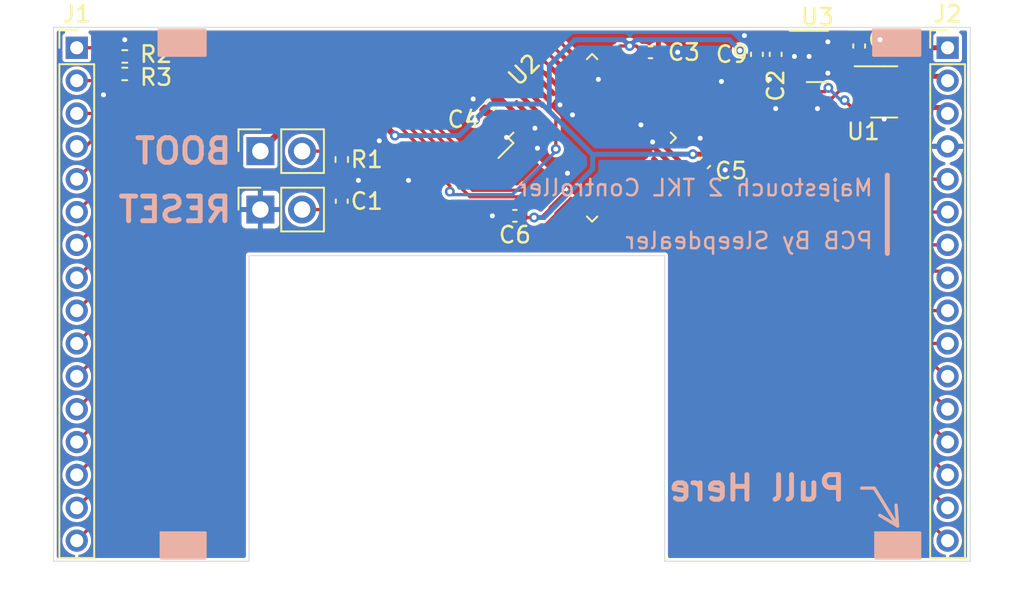
<source format=kicad_pcb>
(kicad_pcb (version 20211014) (generator pcbnew)
  (layers (0 "F.Cu" signal) (31 "B.Cu" signal) (34 "B.Paste" user) (35 "F.Paste" user) (36 "B.SilkS" user "B.Silkscreen") (37 "F.SilkS" user "F.Silkscreen") (38 "B.Mask" user) (39 "F.Mask" user) (44 "Edge.Cuts" user))
  (net 0 "")
  (net 1 "GND")
  (net 2 "NRST")
  (net 3 "+3V3")
  (net 4 "+5V")
  (net 5 "/LED_SLCK_OUT")
  (net 6 "/LED_CAPS_OUT")
  (net 7 "COL1")
  (net 8 "ROW11")
  (net 9 "COL2")
  (net 10 "COL0")
  (net 11 "ROW12")
  (net 12 "COL3")
  (net 13 "ROW13")
  (net 14 "COL4")
  (net 15 "ROW14")
  (net 16 "ROW15")
  (net 17 "COL5")
  (net 18 "COL6")
  (net 19 "ROW16")
  (net 20 "ROW17")
  (net 21 "ROW7")
  (net 22 "ROW8")
  (net 23 "ROW9")
  (net 24 "ROW6")
  (net 25 "ROW5")
  (net 26 "ROW4")
  (net 27 "ROW3")
  (net 28 "ROW2")
  (net 29 "ROW1")
  (net 30 "ROW0")
  (net 31 "BOOT0")
  (net 32 "LED_SLCK")
  (net 33 "LED_CAPS")
  (net 34 "D_P")
  (net 35 "D_N")
  (net 36 "D_USB_N")
  (net 37 "D_USB_P")
  (net 41 "SWDCLK")
  (net 42 "SWDIO")
  (net 45 "ROW10")
  (net 46 "COL7")
  (footprint "Package_QFP:LQFP-48_7x7mm_P0.5mm" (layer "F.Cu") (at 161.925 85.725 45)
    (fp_text reference "U2" (at 0 -5.85 45) (layer "F.SilkS"))
    (fp_text value "STM32F072C8Tx")
    (fp_line (start 3.16 3.61) (end 3.61 3.61) (layer "F.SilkS") (width 0.12))
    (fp_line (start -3.61 -3.61) (end -3.61 -3.16) (layer "F.SilkS") (width 0.12))
    (fp_line (start 3.61 3.61) (end 3.61 3.16) (layer "F.SilkS") (width 0.12))
    (fp_line (start -3.61 -3.16) (end -4.9 -3.16) (layer "F.SilkS") (width 0.12))
    (fp_line (start 3.16 -3.61) (end 3.61 -3.61) (layer "F.SilkS") (width 0.12))
    (fp_line (start 3.61 -3.61) (end 3.61 -3.16) (layer "F.SilkS") (width 0.12))
    (fp_line (start -3.16 -3.61) (end -3.61 -3.61) (layer "F.SilkS") (width 0.12))
    (fp_line (start -3.61 3.61) (end -3.61 3.16) (layer "F.SilkS") (width 0.12))
    (fp_line (start -3.16 3.61) (end -3.61 3.61) (layer "F.SilkS") (width 0.12))
    (pad "1" smd roundrect (at -4.1625 -2.75 45) (size 1.475 0.3) (layers "F.Cu" "F.Paste" "F.Mask") (net 3 "+3V3"))
    (pad "2" smd roundrect (at -4.1625 -2.25 45) (size 1.475 0.3) (layers "F.Cu" "F.Paste" "F.Mask") (net 30 "ROW0"))
    (pad "3" smd roundrect (at -4.1625 -1.75 45) (size 1.475 0.3) (layers "F.Cu" "F.Paste" "F.Mask") (net 9 "COL2"))
    (pad "4" smd roundrect (at -4.1625 -1.25 45) (size 1.475 0.3) (layers "F.Cu" "F.Paste" "F.Mask") (net 45 "ROW10"))
    (pad "5" smd roundrect (at -4.1625 -0.75 45) (size 1.475 0.3) (layers "F.Cu" "F.Paste" "F.Mask") (net 8 "ROW11"))
    (pad "6" smd roundrect (at -4.1625 -0.25 45) (size 1.475 0.3) (layers "F.Cu" "F.Paste" "F.Mask") (net 10 "COL0"))
    (pad "7" smd roundrect (at -4.1625 0.25 45) (size 1.475 0.3) (layers "F.Cu" "F.Paste" "F.Mask") (net 2 "NRST"))
    (pad "8" smd roundrect (at -4.1625 0.75 45) (size 1.475 0.3) (layers "F.Cu" "F.Paste" "F.Mask") (net 1 "GND"))
    (pad "9" smd roundrect (at -4.1625 1.25 45) (size 1.475 0.3) (layers "F.Cu" "F.Paste" "F.Mask") (net 3 "+3V3"))
    (pad "10" smd roundrect (at -4.1625 1.75 45) (size 1.475 0.3) (layers "F.Cu" "F.Paste" "F.Mask") (net 12 "COL3"))
    (pad "11" smd roundrect (at -4.1625 2.25 45) (size 1.475 0.3) (layers "F.Cu" "F.Paste" "F.Mask") (net 7 "COL1"))
    (pad "12" smd roundrect (at -4.1625 2.75 45) (size 1.475 0.3) (layers "F.Cu" "F.Paste" "F.Mask") (net 11 "ROW12"))
    (pad "13" smd roundrect (at -2.75 4.1625 45) (size 0.3 1.475) (layers "F.Cu" "F.Paste" "F.Mask"))
    (pad "14" smd roundrect (at -2.25 4.1625 45) (size 0.3 1.475) (layers "F.Cu" "F.Paste" "F.Mask"))
    (pad "15" smd roundrect (at -1.75 4.1625 45) (size 0.3 1.475) (layers "F.Cu" "F.Paste" "F.Mask"))
    (pad "16" smd roundrect (at -1.25 4.1625 45) (size 0.3 1.475) (layers "F.Cu" "F.Paste" "F.Mask"))
    (pad "17" smd roundrect (at -0.75 4.1625 45) (size 0.3 1.475) (layers "F.Cu" "F.Paste" "F.Mask") (net 28 "ROW2"))
    (pad "18" smd roundrect (at -0.25 4.1625 45) (size 0.3 1.475) (layers "F.Cu" "F.Paste" "F.Mask") (net 16 "ROW15"))
    (pad "19" smd roundrect (at 0.25 4.1625 45) (size 0.3 1.475) (layers "F.Cu" "F.Paste" "F.Mask") (net 13 "ROW13"))
    (pad "20" smd roundrect (at 0.75 4.1625 45) (size 0.3 1.475) (layers "F.Cu" "F.Paste" "F.Mask") (net 23 "ROW9"))
    (pad "21" smd roundrect (at 1.25 4.1625 45) (size 0.3 1.475) (layers "F.Cu" "F.Paste" "F.Mask") (net 22 "ROW8"))
    (pad "22" smd roundrect (at 1.75 4.1625 45) (size 0.3 1.475) (layers "F.Cu" "F.Paste" "F.Mask") (net 21 "ROW7"))
    (pad "23" smd roundrect (at 2.25 4.1625 45) (size 0.3 1.475) (layers "F.Cu" "F.Paste" "F.Mask") (net 1 "GND"))
    (pad "24" smd roundrect (at 2.75 4.1625 45) (size 0.3 1.475) (layers "F.Cu" "F.Paste" "F.Mask") (net 3 "+3V3"))
    (pad "25" smd roundrect (at 4.1625 2.75 45) (size 1.475 0.3) (layers "F.Cu" "F.Paste" "F.Mask") (net 24 "ROW6"))
    (pad "26" smd roundrect (at 4.1625 2.25 45) (size 1.475 0.3) (layers "F.Cu" "F.Paste" "F.Mask") (net 25 "ROW5"))
    (pad "27" smd roundrect (at 4.1625 1.75 45) (size 1.475 0.3) (layers "F.Cu" "F.Paste" "F.Mask") (net 26 "ROW4"))
    (pad "28" smd roundrect (at 4.1625 1.25 45) (size 1.475 0.3) (layers "F.Cu" "F.Paste" "F.Mask") (net 27 "ROW3"))
    (pad "29" smd roundrect (at 4.1625 0.75 45) (size 1.475 0.3) (layers "F.Cu" "F.Paste" "F.Mask") (net 20 "ROW17"))
    (pad "30" smd roundrect (at 4.1625 0.25 45) (size 1.475 0.3) (layers "F.Cu" "F.Paste" "F.Mask") (net 29 "ROW1"))
    (pad "31" smd roundrect (at 4.1625 -0.25 45) (size 1.475 0.3) (layers "F.Cu" "F.Paste" "F.Mask") (net 41 "SWDCLK"))
    (pad "32" smd roundrect (at 4.1625 -0.75 45) (size 1.475 0.3) (layers "F.Cu" "F.Paste" "F.Mask") (net 35 "D_N"))
    (pad "33" smd roundrect (at 4.1625 -1.25 45) (size 1.475 0.3) (layers "F.Cu" "F.Paste" "F.Mask") (net 34 "D_P"))
    (pad "34" smd roundrect (at 4.1625 -1.75 45) (size 1.475 0.3) (layers "F.Cu" "F.Paste" "F.Mask") (net 42 "SWDIO"))
    (pad "35" smd roundrect (at 4.1625 -2.25 45) (size 1.475 0.3) (layers "F.Cu" "F.Paste" "F.Mask") (net 1 "GND"))
    (pad "36" smd roundrect (at 4.1625 -2.75 45) (size 1.475 0.3) (layers "F.Cu" "F.Paste" "F.Mask") (net 3 "+3V3"))
    (pad "37" smd roundrect (at 2.75 -4.1625 45) (size 0.3 1.475) (layers "F.Cu" "F.Paste" "F.Mask") (net 32 "LED_SLCK"))
    (pad "38" smd roundrect (at 2.25 -4.1625 45) (size 0.3 1.475) (layers "F.Cu" "F.Paste" "F.Mask") (net 33 "LED_CAPS"))
    (pad "39" smd roundrect (at 1.75 -4.1625 45) (size 0.3 1.475) (layers "F.Cu" "F.Paste" "F.Mask") (net 14 "COL4"))
    (pad "40" smd roundrect (at 1.25 -4.1625 45) (size 0.3 1.475) (layers "F.Cu" "F.Paste" "F.Mask") (net 19 "ROW16"))
    (pad "41" smd roundrect (at 0.75 -4.1625 45) (size 0.3 1.475) (layers "F.Cu" "F.Paste" "F.Mask") (net 17 "COL5"))
    (pad "42" smd roundrect (at 0.25 -4.1625 45) (size 0.3 1.475) (layers "F.Cu" "F.Paste" "F.Mask") (net 46 "COL7"))
    (pad "43" smd roundrect (at -0.25 -4.1625 45) (size 0.3 1.475) (layers "F.Cu" "F.Paste" "F.Mask") (net 15 "ROW14"))
    (pad "44" smd roundrect (at -0.75 -4.1625 45) (size 0.3 1.475) (layers "F.Cu" "F.Paste" "F.Mask") (net 31 "BOOT0"))
    (pad "45" smd roundrect (at -1.25 -4.1625 45) (size 0.3 1.475) (layers "F.Cu" "F.Paste" "F.Mask") (net 18 "COL6"))
    (pad "46" smd roundrect (at -1.75 -4.1625 45) (size 0.3 1.475) (layers "F.Cu" "F.Paste" "F.Mask"))
    (pad "47" smd roundrect (at -2.25 -4.1625 45) (size 0.3 1.475) (layers "F.Cu" "F.Paste" "F.Mask") (net 1 "GND"))
    (pad "48" smd roundrect (at -2.75 -4.1625 45) (size 0.3 1.475) (layers "F.Cu" "F.Paste" "F.Mask") (net 3 "+3V3"))
  )
  (footprint "Package_TO_SOT_SMD:SOT-23-6" (layer "F.Cu") (at 179.705 82.931)
    (fp_text reference "U1" (at -1.27 2.413) (layer "F.SilkS"))
    (fp_text value "USBLC6-2SC6")
    (fp_line (start 0 -1.56) (end 0.8 -1.56) (layer "F.SilkS") (width 0.12))
    (fp_line (start 0 -1.56) (end -1.8 -1.56) (layer "F.SilkS") (width 0.12))
    (fp_line (start 0 1.56) (end 0.8 1.56) (layer "F.SilkS") (width 0.12))
    (fp_line (start 0 1.56) (end -0.8 1.56) (layer "F.SilkS") (width 0.12))
    (pad "1" smd roundrect (at -1.1375 -0.95) (size 1.325 0.6) (layers "F.Cu" "F.Paste" "F.Mask") (net 35 "D_N"))
    (pad "2" smd roundrect (at -1.1375 0) (size 1.325 0.6) (layers "F.Cu" "F.Paste" "F.Mask") (net 1 "GND"))
    (pad "3" smd roundrect (at -1.1375 0.95) (size 1.325 0.6) (layers "F.Cu" "F.Paste" "F.Mask") (net 34 "D_P"))
    (pad "4" smd roundrect (at 1.1375 0.95) (size 1.325 0.6) (layers "F.Cu" "F.Paste" "F.Mask") (net 37 "D_USB_P"))
    (pad "5" smd roundrect (at 1.1375 0) (size 1.325 0.6) (layers "F.Cu" "F.Paste" "F.Mask") (net 4 "+5V"))
    (pad "6" smd roundrect (at 1.1375 -0.95) (size 1.325 0.6) (layers "F.Cu" "F.Paste" "F.Mask") (net 36 "D_USB_N"))
  )
  (footprint "Capacitor_SMD:C_0402_1005Metric" (layer "F.Cu") (at 165.481 80.518)
    (fp_text reference "C3" (at 2.032 0) (layer "F.SilkS"))
    (fp_text value "100nF")
    (fp_line (start -0.107836 -0.36) (end 0.107836 -0.36) (layer "F.SilkS") (width 0.12))
    (fp_line (start -0.107836 0.36) (end 0.107836 0.36) (layer "F.SilkS") (width 0.12))
    (pad "1" smd roundrect (at -0.48 0) (size 0.56 0.62) (layers "F.Cu" "F.Paste" "F.Mask") (net 3 "+3V3"))
    (pad "2" smd roundrect (at 0.48 0) (size 0.56 0.62) (layers "F.Cu" "F.Paste" "F.Mask") (net 1 "GND"))
  )
  (footprint "Resistor_SMD:R_0402_1005Metric" (layer "F.Cu") (at 146.685 87.0458 90)
    (fp_text reference "R1" (at 0 1.524) (layer "F.SilkS"))
    (fp_text value "10k")
    (fp_line (start -0.153641 0.38) (end 0.153641 0.38) (layer "F.SilkS") (width 0.12))
    (fp_line (start -0.153641 -0.38) (end 0.153641 -0.38) (layer "F.SilkS") (width 0.12))
    (pad "1" smd roundrect (at -0.51 0 90) (size 0.54 0.64) (layers "F.Cu" "F.Paste" "F.Mask") (net 1 "GND"))
    (pad "2" smd roundrect (at 0.51 0 90) (size 0.54 0.64) (layers "F.Cu" "F.Paste" "F.Mask") (net 31 "BOOT0"))
  )
  (footprint "Capacitor_SMD:C_0402_1005Metric" (layer "F.Cu") (at 178.181 80.137 -90)
    (fp_text reference "C8" (at -0.381 -1.524) (layer "F.SilkS"))
    (fp_text value "1uF")
    (fp_line (start -0.107836 0.36) (end 0.107836 0.36) (layer "F.SilkS") (width 0.12))
    (fp_line (start -0.107836 -0.36) (end 0.107836 -0.36) (layer "F.SilkS") (width 0.12))
    (pad "1" smd roundrect (at -0.48 0 270) (size 0.56 0.62) (layers "F.Cu" "F.Paste" "F.Mask") (net 1 "GND"))
    (pad "2" smd roundrect (at 0.48 0 270) (size 0.56 0.62) (layers "F.Cu" "F.Paste" "F.Mask") (net 4 "+5V"))
  )
  (footprint "Capacitor_SMD:C_0402_1005Metric" (layer "F.Cu") (at 157.226 90.4748 180)
    (fp_text reference "C6" (at 0 -1.16) (layer "F.SilkS"))
    (fp_text value "100nF")
    (fp_line (start -0.107836 -0.36) (end 0.107836 -0.36) (layer "F.SilkS") (width 0.12))
    (fp_line (start -0.107836 0.36) (end 0.107836 0.36) (layer "F.SilkS") (width 0.12))
    (pad "1" smd roundrect (at -0.48 0 180) (size 0.56 0.62) (layers "F.Cu" "F.Paste" "F.Mask") (net 3 "+3V3"))
    (pad "2" smd roundrect (at 0.48 0 180) (size 0.56 0.62) (layers "F.Cu" "F.Paste" "F.Mask") (net 1 "GND"))
  )
  (footprint "Resistor_SMD:R_0402_1005Metric" (layer "F.Cu") (at 133.477 80.772 180)
    (fp_text reference "R2" (at -1.905 0.127) (layer "F.SilkS"))
    (fp_text value "470")
    (fp_line (start -0.153641 0.38) (end 0.153641 0.38) (layer "F.SilkS") (width 0.12))
    (fp_line (start -0.153641 -0.38) (end 0.153641 -0.38) (layer "F.SilkS") (width 0.12))
    (pad "1" smd roundrect (at -0.51 0 180) (size 0.54 0.64) (layers "F.Cu" "F.Paste" "F.Mask") (net 32 "LED_SLCK"))
    (pad "2" smd roundrect (at 0.51 0 180) (size 0.54 0.64) (layers "F.Cu" "F.Paste" "F.Mask") (net 5 "/LED_SLCK_OUT"))
  )
  (footprint "Capacitor_SMD:C_0402_1005Metric" (layer "F.Cu") (at 155.7528 83.7184 45)
    (fp_text reference "C4" (at -1.796051 -0.538815) (layer "F.SilkS"))
    (fp_text value "100nF")
    (fp_line (start -0.107836 -0.36) (end 0.107836 -0.36) (layer "F.SilkS") (width 0.12))
    (fp_line (start -0.107836 0.36) (end 0.107836 0.36) (layer "F.SilkS") (width 0.12))
    (pad "1" smd roundrect (at -0.48 0 45) (size 0.56 0.62) (layers "F.Cu" "F.Paste" "F.Mask") (net 3 "+3V3"))
    (pad "2" smd roundrect (at 0.48 0 45) (size 0.56 0.62) (layers "F.Cu" "F.Paste" "F.Mask") (net 1 "GND"))
  )
  (footprint "Capacitor_SMD:C_0402_1005Metric" (layer "F.Cu") (at 168.783 87.249 -135)
    (fp_text reference "C5" (at -0.790263 -1.472762) (layer "F.SilkS"))
    (fp_text value "100nF")
    (fp_line (start -0.107836 -0.36) (end 0.107836 -0.36) (layer "F.SilkS") (width 0.12))
    (fp_line (start -0.107836 0.36) (end 0.107836 0.36) (layer "F.SilkS") (width 0.12))
    (pad "1" smd roundrect (at -0.48 0 225) (size 0.56 0.62) (layers "F.Cu" "F.Paste" "F.Mask") (net 3 "+3V3"))
    (pad "2" smd roundrect (at 0.48 0 225) (size 0.56 0.62) (layers "F.Cu" "F.Paste" "F.Mask") (net 1 "GND"))
  )
  (footprint "Resistor_SMD:R_0402_1005Metric" (layer "F.Cu") (at 133.477 81.8388 180)
    (fp_text reference "R3" (at -1.905 -0.2032) (layer "F.SilkS"))
    (fp_text value "470")
    (fp_line (start -0.153641 0.38) (end 0.153641 0.38) (layer "F.SilkS") (width 0.12))
    (fp_line (start -0.153641 -0.38) (end 0.153641 -0.38) (layer "F.SilkS") (width 0.12))
    (pad "1" smd roundrect (at -0.51 0 180) (size 0.54 0.64) (layers "F.Cu" "F.Paste" "F.Mask") (net 33 "LED_CAPS"))
    (pad "2" smd roundrect (at 0.51 0 180) (size 0.54 0.64) (layers "F.Cu" "F.Paste" "F.Mask") (net 6 "/LED_CAPS_OUT"))
  )
  (footprint "Connector_PinSocket_2.54mm:PinSocket_1x02_P2.54mm_Vertical" (layer "F.Cu") (at 141.732 86.5378 90)
    (fp_text reference "SW1" hide)
    (fp_text value "RST")
    (fp_line (start 1.33 1.27) (end 1.33 3.87) (layer "F.SilkS") (width 0.12))
    (fp_line (start -1.33 1.27) (end 1.33 1.27) (layer "F.SilkS") (width 0.12))
    (fp_line (start 1.33 -1.33) (end 1.33 0) (layer "F.SilkS") (width 0.12))
    (fp_line (start -1.33 1.27) (end -1.33 3.87) (layer "F.SilkS") (width 0.12))
    (fp_line (start 0 -1.33) (end 1.33 -1.33) (layer "F.SilkS") (width 0.12))
    (fp_line (start -1.33 3.87) (end 1.33 3.87) (layer "F.SilkS") (width 0.12))
    (pad "1" thru_hole rect (at 0 0 90) (size 1.7 1.7) (drill 1) (layers *.Cu *.Mask) (net 3 "+3V3"))
    (pad "2" thru_hole oval (at 0 2.54 90) (size 1.7 1.7) (drill 1) (layers *.Cu *.Mask) (net 31 "BOOT0"))
  )
  (footprint "Connector_PinSocket_2.54mm:PinSocket_1x02_P2.54mm_Vertical" (layer "F.Cu") (at 141.732 90.0938 90)
    (fp_text reference "SW2" hide)
    (fp_text value "RST")
    (fp_line (start -1.33 3.87) (end 1.33 3.87) (layer "F.SilkS") (width 0.12))
    (fp_line (start 1.33 1.27) (end 1.33 3.87) (layer "F.SilkS") (width 0.12))
    (fp_line (start 1.33 -1.33) (end 1.33 0) (layer "F.SilkS") (width 0.12))
    (fp_line (start -1.33 1.27) (end -1.33 3.87) (layer "F.SilkS") (width 0.12))
    (fp_line (start -1.33 1.27) (end 1.33 1.27) (layer "F.SilkS") (width 0.12))
    (fp_line (start 0 -1.33) (end 1.33 -1.33) (layer "F.SilkS") (width 0.12))
    (pad "1" thru_hole rect (at 0 0 90) (size 1.7 1.7) (drill 1) (layers *.Cu *.Mask) (net 1 "GND"))
    (pad "2" thru_hole oval (at 0 2.54 90) (size 1.7 1.7) (drill 1) (layers *.Cu *.Mask) (net 2 "NRST"))
  )
  (footprint "Capacitor_SMD:C_0402_1005Metric" (layer "F.Cu") (at 173.101 80.645 90)
    (fp_text reference "C2" (at -1.905 0 -90) (layer "F.SilkS"))
    (fp_text value "4.7uF")
    (fp_line (start -0.107836 0.36) (end 0.107836 0.36) (layer "F.SilkS") (width 0.12))
    (fp_line (start -0.107836 -0.36) (end 0.107836 -0.36) (layer "F.SilkS") (width 0.12))
    (pad "1" smd roundrect (at -0.48 0 90) (size 0.56 0.62) (layers "F.Cu" "F.Paste" "F.Mask") (net 3 "+3V3"))
    (pad "2" smd roundrect (at 0.48 0 90) (size 0.56 0.62) (layers "F.Cu" "F.Paste" "F.Mask") (net 1 "GND"))
  )
  (footprint "Capacitor_SMD:C_0402_1005Metric" (layer "F.Cu") (at 146.685 89.5858 -90)
    (fp_text reference "C1" (at 0 -1.524 180) (layer "F.SilkS"))
    (fp_text value "100nF")
    (fp_line (start -0.107836 0.36) (end 0.107836 0.36) (layer "F.SilkS") (width 0.12))
    (fp_line (start -0.107836 -0.36) (end 0.107836 -0.36) (layer "F.SilkS") (width 0.12))
    (pad "1" smd roundrect (at -0.48 0 270) (size 0.56 0.62) (layers "F.Cu" "F.Paste" "F.Mask") (net 1 "GND"))
    (pad "2" smd roundrect (at 0.48 0 270) (size 0.56 0.62) (layers "F.Cu" "F.Paste" "F.Mask") (net 2 "NRST"))
  )
  (footprint "Capacitor_SMD:C_0402_1005Metric" (layer "F.Cu") (at 171.958 80.645 -90)
    (fp_text reference "C9" (at 0 1.524) (layer "F.SilkS"))
    (fp_text value "1uF")
    (fp_line (start -0.107836 0.36) (end 0.107836 0.36) (layer "F.SilkS") (width 0.12))
    (fp_line (start -0.107836 -0.36) (end 0.107836 -0.36) (layer "F.SilkS") (width 0.12))
    (pad "1" smd roundrect (at -0.48 0 270) (size 0.56 0.62) (layers "F.Cu" "F.Paste" "F.Mask") (net 1 "GND"))
    (pad "2" smd roundrect (at 0.48 0 270) (size 0.56 0.62) (layers "F.Cu" "F.Paste" "F.Mask") (net 3 "+3V3"))
  )
  (footprint "Package_TO_SOT_SMD:SOT-23" (layer "F.Cu") (at 175.641 80.772)
    (fp_text reference "U3" (at 0 -2.4) (layer "F.SilkS"))
    (fp_text value "XC6206PxxxMR")
    (fp_line (start 0 -1.56) (end 0.65 -1.56) (layer "F.SilkS") (width 0.12))
    (fp_line (start 0 -1.56) (end -1.675 -1.56) (layer "F.SilkS") (width 0.12))
    (fp_line (start 0 1.56) (end -0.65 1.56) (layer "F.SilkS") (width 0.12))
    (fp_line (start 0 1.56) (end 0.65 1.56) (layer "F.SilkS") (width 0.12))
    (pad "1" smd roundrect (at -0.9375 -0.95) (size 1.475 0.6) (layers "F.Cu" "F.Paste" "F.Mask") (net 1 "GND"))
    (pad "2" smd roundrect (at -0.9375 0.95) (size 1.475 0.6) (layers "F.Cu" "F.Paste" "F.Mask") (net 3 "+3V3"))
    (pad "3" smd roundrect (at 0.9375 0) (size 1.475 0.6) (layers "F.Cu" "F.Paste" "F.Mask") (net 4 "+5V"))
  )
  (footprint "Connector_PinHeader_2.00mm:PinHeader_1x16_P2.00mm_Vertical" (layer "F.Cu") (at 130.556 80.2452)
    (fp_text reference "J1" (at 0 -2.06) (layer "F.SilkS"))
    (fp_text value "Conn_01x16")
    (fp_line (start -1.06 1) (end -1.06 31.06) (layer "F.SilkS") (width 0.12))
    (fp_line (start -1.06 31.06) (end 1.06 31.06) (layer "F.SilkS") (width 0.12))
    (fp_line (start 1.06 1) (end 1.06 31.06) (layer "F.SilkS") (width 0.12))
    (fp_line (start -1.06 -1.06) (end 0 -1.06) (layer "F.SilkS") (width 0.12))
    (fp_line (start -1.06 0) (end -1.06 -1.06) (layer "F.SilkS") (width 0.12))
    (fp_line (start -1.06 1) (end 1.06 1) (layer "F.SilkS") (width 0.12))
    (pad "1" thru_hole rect (at 0 0) (size 1.35 1.35) (drill 0.8) (layers *.Cu *.Mask) (net 5 "/LED_SLCK_OUT"))
    (pad "2" thru_hole oval (at 0 2) (size 1.35 1.35) (drill 0.8) (layers *.Cu *.Mask) (net 6 "/LED_CAPS_OUT"))
    (pad "3" thru_hole oval (at 0 4) (size 1.35 1.35) (drill 0.8) (layers *.Cu *.Mask) (net 14 "COL4"))
    (pad "4" thru_hole oval (at 0 6) (size 1.35 1.35) (drill 0.8) (layers *.Cu *.Mask) (net 19 "ROW16"))
    (pad "5" thru_hole oval (at 0 8) (size 1.35 1.35) (drill 0.8) (layers *.Cu *.Mask) (net 17 "COL5"))
    (pad "6" thru_hole oval (at 0 10) (size 1.35 1.35) (drill 0.8) (layers *.Cu *.Mask) (net 46 "COL7"))
    (pad "7" thru_hole oval (at 0 12) (size 1.35 1.35) (drill 0.8) (layers *.Cu *.Mask) (net 15 "ROW14"))
    (pad "8" thru_hole oval (at 0 14) (size 1.35 1.35) (drill 0.8) (layers *.Cu *.Mask) (net 18 "COL6"))
    (pad "9" thru_hole oval (at 0 16) (size 1.35 1.35) (drill 0.8) (layers *.Cu *.Mask) (net 30 "ROW0"))
    (pad "10" thru_hole oval (at 0 18) (size 1.35 1.35) (drill 0.8) (layers *.Cu *.Mask) (net 9 "COL2"))
    (pad "11" thru_hole oval (at 0 20) (size 1.35 1.35) (drill 0.8) (layers *.Cu *.Mask) (net 45 "ROW10"))
    (pad "12" thru_hole oval (at 0 22) (size 1.35 1.35) (drill 0.8) (layers *.Cu *.Mask) (net 8 "ROW11"))
    (pad "13" thru_hole oval (at 0 24) (size 1.35 1.35) (drill 0.8) (layers *.Cu *.Mask) (net 10 "COL0"))
    (pad "14" thru_hole oval (at 0 26) (size 1.35 1.35) (drill 0.8) (layers *.Cu *.Mask) (net 12 "COL3"))
    (pad "15" thru_hole oval (at 0 28) (size 1.35 1.35) (drill 0.8) (layers *.Cu *.Mask) (net 7 "COL1"))
    (pad "16" thru_hole oval (at 0 30) (size 1.35 1.35) (drill 0.8) (layers *.Cu *.Mask) (net 11 "ROW12"))
  )
  (footprint "Connector_PinHeader_2.00mm:PinHeader_1x16_P2.00mm_Vertical" (layer "F.Cu") (at 183.5658 80.2452)
    (fp_text reference "J2" (at 0 -2.06) (layer "F.SilkS"))
    (fp_text value "Conn_01x16")
    (fp_line (start 1.06 1) (end 1.06 31.06) (layer "F.SilkS") (width 0.12))
    (fp_line (start -1.06 -1.06) (end 0 -1.06) (layer "F.SilkS") (width 0.12))
    (fp_line (start -1.06 1) (end -1.06 31.06) (layer "F.SilkS") (width 0.12))
    (fp_line (start -1.06 31.06) (end 1.06 31.06) (layer "F.SilkS") (width 0.12))
    (fp_line (start -1.06 0) (end -1.06 -1.06) (layer "F.SilkS") (width 0.12))
    (fp_line (start -1.06 1) (end 1.06 1) (layer "F.SilkS") (width 0.12))
    (pad "1" thru_hole rect (at 0 0) (size 1.35 1.35) (drill 0.8) (layers *.Cu *.Mask) (net 4 "+5V"))
    (pad "2" thru_hole oval (at 0 2) (size 1.35 1.35) (drill 0.8) (layers *.Cu *.Mask) (net 36 "D_USB_N"))
    (pad "3" thru_hole oval (at 0 4) (size 1.35 1.35) (drill 0.8) (layers *.Cu *.Mask) (net 37 "D_USB_P"))
    (pad "4" thru_hole oval (at 0 6) (size 1.35 1.35) (drill 0.8) (layers *.Cu *.Mask) (net 1 "GND"))
    (pad "5" thru_hole oval (at 0 8) (size 1.35 1.35) (drill 0.8) (layers *.Cu *.Mask) (net 29 "ROW1"))
    (pad "6" thru_hole oval (at 0 10) (size 1.35 1.35) (drill 0.8) (layers *.Cu *.Mask) (net 20 "ROW17"))
    (pad "7" thru_hole oval (at 0 12) (size 1.35 1.35) (drill 0.8) (layers *.Cu *.Mask) (net 27 "ROW3"))
    (pad "8" thru_hole oval (at 0 14) (size 1.35 1.35) (drill 0.8) (layers *.Cu *.Mask) (net 26 "ROW4"))
    (pad "9" thru_hole oval (at 0 16) (size 1.35 1.35) (drill 0.8) (layers *.Cu *.Mask) (net 25 "ROW5"))
    (pad "10" thru_hole oval (at 0 18) (size 1.35 1.35) (drill 0.8) (layers *.Cu *.Mask) (net 24 "ROW6"))
    (pad "11" thru_hole oval (at 0 20) (size 1.35 1.35) (drill 0.8) (layers *.Cu *.Mask) (net 21 "ROW7"))
    (pad "12" thru_hole oval (at 0 22) (size 1.35 1.35) (drill 0.8) (layers *.Cu *.Mask) (net 22 "ROW8"))
    (pad "13" thru_hole oval (at 0 24) (size 1.35 1.35) (drill 0.8) (layers *.Cu *.Mask) (net 23 "ROW9"))
    (pad "14" thru_hole oval (at 0 26) (size 1.35 1.35) (drill 0.8) (layers *.Cu *.Mask) (net 13 "ROW13"))
    (pad "15" thru_hole oval (at 0 28) (size 1.35 1.35) (drill 0.8) (layers *.Cu *.Mask) (net 16 "ROW15"))
    (pad "16" thru_hole oval (at 0 30) (size 1.35 1.35) (drill 0.8) (layers *.Cu *.Mask) (net 28 "ROW2"))
  )
  (gr_rect (start 135.5725 79.1718) (end 138.3665 80.6958) (layer "B.SilkS") (width 0.2) (fill solid))
  (gr_rect (start 179.197 109.7788) (end 181.864 111.3028) (layer "B.SilkS") (width 0.2) (fill solid))
  (gr_rect (start 135.6995 109.7788) (end 138.3665 111.3028) (layer "B.SilkS") (width 0.2) (fill solid))
  (gr_rect (start 179.07 79.1718) (end 181.864 80.6958) (layer "B.SilkS") (width 0.2) (fill solid))
  (gr_line (start 179.8955 87.9983) (end 179.8955 92.7608) (layer "B.SilkS") (width 0.3))
  (gr_line (start 166.343763 111.500006) (end 184.94375 111.500006) (layer "Edge.Cuts") (width 0.05))
  (gr_line (start 141.04376 111.500006) (end 141.04376 92.900006) (layer "Edge.Cuts") (width 0.05))
  (gr_line (start 129.14376 111.500006) (end 141.04376 111.500006) (layer "Edge.Cuts") (width 0.05))
  (gr_line (start 166.343763 92.900006) (end 166.343763 111.500006) (layer "Edge.Cuts") (width 0.05))
  (gr_line (start 184.94375 78.999994) (end 129.14376 78.999994) (layer "Edge.Cuts") (width 0.05))
  (gr_line (start 184.94375 111.500006) (end 184.94375 78.999994) (layer "Edge.Cuts") (width 0.05))
  (gr_line (start 129.14376 78.999994) (end 129.14376 111.500006) (layer "Edge.Cuts") (width 0.05))
  (gr_line (start 141.04376 92.900006) (end 166.343763 92.900006) (layer "Edge.Cuts") (width 0.05))
  (gr_text "Majestouch 2 TKL Controller\n\nPCB By Sleepdealer" (at 179.10175 90.37955) (layer "B.SilkS") (effects (font (size 1 1)) (justify left mirror)))
  (gr_text "RESET" (at 136.533 90.0938) (layer "B.SilkS") (effects (font (size 1.5 1.5) (thickness 0.3)) (justify mirror)))
  (gr_text "BOOT" (at 137.033 86.5378) (layer "B.SilkS") (effects (font (size 1.5 1.5) (thickness 0.3)) (justify mirror)))
  (dimension (type leader) (layer "B.SilkS") (pts (xy 180.7845 109.7788) (xy 179.10175 107.0483)) (gr_text "Pull Here" (at 171.958 107.0483) (layer "B.SilkS") (effects (font (size 1.5 1.5) (thickness 0.3)) (justify mirror))) (format (units 0) (units_format 0) (precision 4) (override_value "Pull Here")) (style (thickness 0.2) (arrow_length 1.27) (text_position_mode 0) (text_frame 0) (extension_offset 0.5)))
  (segment (start 167.132 80.518) (end 165.961 80.518) (width 0.3) (layer "F.Cu") (net 1))
  (segment (start 179.578 83.185) (end 179.705 83.312) (width 0.3) (layer "F.Cu") (net 1))
  (segment (start 178.5675 82.931) (end 179.324 82.931) (width 0.3) (layer "F.Cu") (net 1))
  (segment (start 166.459322 87.077342) (end 167.26598 87.884) (width 0.2) (layer "F.Cu") (net 1))
  (segment (start 173.444 79.822) (end 173.101 80.165) (width 0.3) (layer "F.Cu") (net 1))
  (segment (start 167.26598 87.884) (end 168.148 87.884) (width 0.2) (layer "F.Cu") (net 1))
  (segment (start 171.761724 82.169) (end 172.72 82.169) (width 0.3) (layer "F.Cu") (net 1))
  (segment (start 174.7035 79.822) (end 173.444 79.822) (width 0.3) (layer "F.Cu") (net 1))
  (segment (start 156.397009 83.378989) (end 157.390678 84.372658) (width 0.3) (layer "F.Cu") (net 1))
  (segment (start 179.705 83.312) (end 179.705 84.582) (width 0.3) (layer "F.Cu") (net 1))
  (segment (start 167.298961 80.684961) (end 170.277685 80.684961) (width 0.3) (layer "F.Cu") (net 1))
  (segment (start 170.277685 80.684961) (end 171.761724 82.169) (width 0.3) (layer "F.Cu") (net 1))
  (segment (start 179.324 82.931) (end 179.578 83.185) (width 0.3) (layer "F.Cu") (net 1))
  (segment (start 156.092211 83.378989) (end 156.397009 83.378989) (width 0.3) (layer "F.Cu") (net 1))
  (segment (start 167.132 80.518) (end 167.298961 80.684961) (width 0.3) (layer "F.Cu") (net 1))
  (segment (start 173.101 80.165) (end 171.958 80.165) (width 0.3) (layer "F.Cu") (net 1))
  (segment (start 168.148 87.884) (end 168.443589 87.588411) (width 0.2) (layer "F.Cu") (net 1))
  (via (at 158.5976 86.36) (size 0.6) (drill 0.3) (layers "F.Cu" "B.Cu") (net 1))
  (via (at 169.799 82.296) (size 0.6) (drill 0.3) (layers "F.Cu" "B.Cu") (net 1))
  (via (at 165.608 85.979) (size 0.6) (drill 0.3) (layers "F.Cu" "B.Cu") (net 1))
  (via (at 164.8968 84.9376) (size 0.6) (drill 0.3) (layers "F.Cu" "B.Cu") (net 1))
  (via (at 162.306 82.169) (size 0.6) (drill 0.3) (layers "F.Cu" "B.Cu") (net 1))
  (via (at 173.101 83.947) (size 0.6) (drill 0.3) (layers "F.Cu" "B.Cu") (net 1))
  (via (at 160.7312 84.328) (size 0.6) (drill 0.3) (layers "F.Cu" "B.Cu") (net 1))
  (via (at 170.0276 87.6808) (size 0.6) (drill 0.3) (layers "F.Cu" "B.Cu") (net 1))
  (via (at 172.72 82.169) (size 0.6) (drill 0.3) (layers "F.Cu" "B.Cu") (net 1))
  (via (at 175.133 80.772) (size 0.6) (drill 0.3) (layers "F.Cu" "B.Cu") (net 1))
  (via (at 175.641 83.947) (size 0.6) (drill 0.3) (layers "F.Cu" "B.Cu") (net 1))
  (via (at 150.749 88.3158) (size 0.6) (drill 0.3) (layers "F.Cu" "B.Cu") (net 1))
  (via (at 160.4264 87.884) (size 0.6) (drill 0.3) (layers "F.Cu" "B.Cu") (net 1))
  (via (at 155.8544 90.4748) (size 0.6) (drill 0.3) (layers "F.Cu" "B.Cu") (net 1))
  (via (at 176.276 79.883) (size 0.6) (drill 0.3) (layers "F.Cu" "B.Cu") (net 1))
  (via (at 154.686 83.3628) (size 0.6) (drill 0.3) (layers "F.Cu" "B.Cu") (net 1))
  (via (at 156.718 85.6996) (size 0.6) (drill 0.3) (layers "F.Cu" "B.Cu") (net 1))
  (via (at 158.4452 85.1408) (size 0.6) (drill 0.3) (layers "F.Cu" "B.Cu") (net 1))
  (via (at 176.276 81.788) (size 0.6) (drill 0.3) (layers "F.Cu" "B.Cu") (net 1))
  (via (at 148.971 85.9028) (size 0.6) (drill 0.3) (layers "F.Cu" "B.Cu") (net 1))
  (via (at 179.451 79.756) (size 0.6) (drill 0.3) (layers "F.Cu" "B.Cu") (net 1))
  (via (at 167.132 80.518) (size 0.6) (drill 0.3) (layers "F.Cu" "B.Cu") (net 1))
  (via (at 168.5036 85.7504) (size 0.6) (drill 0.3) (layers "F.Cu" "B.Cu") (net 1))
  (via (at 132.1816 83.1088) (size 0.6) (drill 0.3) (layers "F.Cu" "B.Cu") (net 1))
  (via (at 159.9692 83.7184) (size 0.6) (drill 0.3) (layers "F.Cu" "B.Cu") (net 1))
  (via (at 171.196 79.502) (size 0.6) (drill 0.3) (layers "F.Cu" "B.Cu") (net 1))
  (via (at 133.477 79.756) (size 0.6) (drill 0.3) (layers "F.Cu" "B.Cu") (net 1))
  (via (at 147.701 88.3158) (size 0.6) (drill 0.3) (layers "F.Cu" "B.Cu") (net 1))
  (via (at 179.705 84.582) (size 0.6) (drill 0.3) (layers "F.Cu" "B.Cu") (net 1))
  (via (at 174.244 80.772) (size 0.6) (drill 0.3) (layers "F.Cu" "B.Cu") (net 1))
  (segment (start 146.657 90.0938) (end 144.272 90.0938) (width 0.2) (layer "F.Cu") (net 2))
  (segment (start 146.88552 89.86528) (end 146.685 90.0658) (width 0.2) (layer "F.Cu") (net 2))
  (segment (start 159.158445 88.845109) (end 158.138274 89.86528) (width 0.2) (layer "F.Cu") (net 2))
  (segment (start 146.685 90.0658) (end 146.657 90.0938) (width 0.2) (layer "F.Cu") (net 2))
  (segment (start 158.138274 89.86528) (end 146.88552 89.86528) (width 0.2) (layer "F.Cu") (net 2))
  (segment (start 168.93661 86.723788) (end 169.122411 86.909589) (width 0.3) (layer "F.Cu") (net 3))
  (segment (start 157.861 85.550088) (end 157.037124 84.726212) (width 0.3) (layer "F.Cu") (net 3))
  (segment (start 143.07078 85.19902) (end 141.732 86.5378) (width 0.381) (layer "F.Cu") (net 3))
  (segment (start 149.918977 85.589823) (end 149.528174 85.19902) (width 0.381) (layer "F.Cu") (net 3))
  (segment (start 154.7876 84.6328) (end 154.8384 84.6328) (width 0.3) (layer "F.Cu") (net 3))
  (segment (start 168.054588 86.723788) (end 168.93661 86.723788) (width 0.3) (layer "F.Cu") (net 3))
  (segment (start 163.623912 80.137) (end 162.923788 80.837124) (width 0.2) (layer "F.Cu") (net 3))
  (segment (start 149.528174 85.19902) (end 143.07078 85.19902) (width 0.381) (layer "F.Cu") (net 3))
  (segment (start 156.228302 84.1756) (end 156.21459 84.189312) (width 0.3) (layer "F.Cu") (net 3))
  (segment (start 164.211 80.137) (end 164.62 80.137) (width 0.2) (layer "F.Cu") (net 3))
  (segment (start 164.211 80.137) (end 163.623912 80.137) (width 0.2) (layer "F.Cu") (net 3))
  (segment (start 157.8076 90.5764) (end 158.3944 90.5764) (width 0.2) (layer "F.Cu") (net 3))
  (segment (start 155.54489 84.189312) (end 155.413389 84.057811) (width 0.3) (layer "F.Cu") (net 3))
  (segment (start 154.8384 84.6328) (end 155.413389 84.057811) (width 0.3) (layer "F.Cu") (net 3))
  (segment (start 158.841366 90.5764) (end 159.865551 89.552215) (width 0.2) (layer "F.Cu") (net 3))
  (segment (start 171.636256 81.125) (end 171.958 81.125) (width 0.3) (layer "F.Cu") (net 3))
  (segment (start 166.812876 86.723788) (end 168.054588 86.723788) (width 0.3) (layer "F.Cu") (net 3))
  (segment (start 173.101 81.125) (end 171.958 81.125) (width 0.3) (layer "F.Cu") (net 3))
  (segment (start 174.7035 81.722) (end 173.698 81.722) (width 0.3) (layer "F.Cu") (net 3))
  (segment (start 173.698 81.722) (end 173.101 81.125) (width 0.3) (layer "F.Cu") (net 3))
  (segment (start 158.3944 90.5764) (end 158.841366 90.5764) (width 0.2) (layer "F.Cu") (net 3))
  (segment (start 157.706 90.4748) (end 157.8076 90.5764) (width 0.2) (layer "F.Cu") (net 3))
  (segment (start 157.037124 84.726212) (end 156.486512 84.1756) (width 0.3) (layer "F.Cu") (net 3))
  (segment (start 157.861 85.899912) (end 157.861 85.550088) (width 0.3) (layer "F.Cu") (net 3))
  (segment (start 164.62 80.137) (end 165.001 80.518) (width 0.2) (layer "F.Cu") (net 3))
  (segment (start 156.486512 84.1756) (end 156.228302 84.1756) (width 0.3) (layer "F.Cu") (net 3))
  (segment (start 170.922128 80.410872) (end 171.636256 81.125) (width 0.3) (layer "F.Cu") (net 3))
  (segment (start 157.037124 86.723788) (end 157.861 85.899912) (width 0.3) (layer "F.Cu") (net 3))
  (segment (start 156.21459 84.189312) (end 155.54489 84.189312) (width 0.3) (layer "F.Cu") (net 3))
  (via (at 154.7876 84.6328) (size 0.6) (drill 0.3) (layers "F.Cu" "B.Cu") (net 3))
  (via (at 164.211 80.137) (size 0.6) (drill 0.3) (layers "F.Cu" "B.Cu") (net 3))
  (via (at 170.922128 80.410872) (size 0.6) (drill 0.3) (layers "F.Cu" "B.Cu") (net 3))
  (via (at 149.918977 85.589823) (size 0.6) (drill 0.3) (layers "F.Cu" "B.Cu") (net 3))
  (via (at 158.3944 90.5764) (size 0.6) (drill 0.3) (layers "F.Cu" "B.Cu") (net 3))
  (via (at 168.054588 86.723788) (size 0.6) (drill 0.3) (layers "F.Cu" "B.Cu") (net 3))
  (segment (start 160.8836 79.756) (end 163.83 79.756) (width 0.3) (layer "B.Cu") (net 3))
  (segment (start 159.3342 84.1248) (end 159.319689 84.110289) (width 0.3) (layer "B.Cu") (net 3))
  (segment (start 159.319689 84.110289) (end 159.319689 81.319911) (width 0.3) (layer "B.Cu") (net 3))
  (segment (start 159.319689 81.319911) (end 160.8836 79.756) (width 0.3) (layer "B.Cu") (net 3))
  (segment (start 164.592 79.756) (end 164.211 80.137) (width 0.3) (layer "B.Cu") (net 3))
  (segment (start 163.83 79.756) (end 164.211 80.137) (width 0.3) (layer "B.Cu") (net 3))
  (segment (start 161.958588 87.621812) (end 161.958588 86.723788) (width 0.3) (layer "B.Cu") (net 3))
  (segment (start 158.877 83.6676) (end 159.319689 84.110289) (width 0.3) (layer "B.Cu") (net 3))
  (segment (start 153.830577 85.589823) (end 154.7876 84.6328) (width 0.3) (layer "B.Cu") (net 3))
  (segment (start 149.918977 85.589823) (end 153.830577 85.589823) (width 0.3) (layer "B.Cu") (net 3))
  (segment (start 154.7876 84.6328) (end 155.7528 83.6676) (width 0.3) (layer "B.Cu") (net 3))
  (segment (start 159.3342 84.1248) (end 161.933188 86.723788) (width 0.3) (layer "B.Cu") (net 3))
  (segment (start 170.922128 80.410872) (end 170.267256 79.756) (width 0.3) (layer "B.Cu") (net 3))
  (segment (start 159.004 90.5764) (end 161.958588 87.621812) (width 0.3) (layer "B.Cu") (net 3))
  (segment (start 161.958588 86.723788) (end 168.054588 86.723788) (width 0.3) (layer "B.Cu") (net 3))
  (segment (start 161.933188 86.723788) (end 161.958588 86.723788) (width 0.3) (layer "B.Cu") (net 3))
  (segment (start 155.7528 83.6676) (end 158.877 83.6676) (width 0.3) (layer "B.Cu") (net 3))
  (segment (start 158.3944 90.5764) (end 159.004 90.5764) (width 0.3) (layer "B.Cu") (net 3))
  (segment (start 170.267256 79.756) (end 164.592 79.756) (width 0.3) (layer "B.Cu") (net 3))
  (segment (start 180.086 82.931) (end 179.705 82.55) (width 0.3) (layer "F.Cu") (net 4))
  (segment (start 179.705 82.55) (end 179.705 80.899) (width 0.3) (layer "F.Cu") (net 4))
  (segment (start 180.8425 82.931) (end 180.086 82.931) (width 0.3) (layer "F.Cu") (net 4))
  (segment (start 177.546 80.772) (end 177.701 80.617) (width 0.3) (layer "F.Cu") (net 4))
  (segment (start 180.3588 80.2452) (end 183.5658 80.2452) (width 0.3) (layer "F.Cu") (net 4))
  (segment (start 179.705 80.899) (end 179.423 80.617) (width 0.3) (layer "F.Cu") (net 4))
  (segment (start 179.423 80.617) (end 178.181 80.617) (width 0.3) (layer "F.Cu") (net 4))
  (segment (start 177.701 80.617) (end 178.181 80.617) (width 0.3) (layer "F.Cu") (net 4))
  (segment (start 179.705 80.899) (end 180.3588 80.2452) (width 0.3) (layer "F.Cu") (net 4))
  (segment (start 176.5785 80.772) (end 177.546 80.772) (width 0.3) (layer "F.Cu") (net 4))
  (segment (start 132.967 80.772) (end 132.4402 80.2452) (width 0.2) (layer "F.Cu") (net 5))
  (segment (start 132.4402 80.2452) (end 130.556 80.2452) (width 0.2) (layer "F.Cu") (net 5))
  (segment (start 132.5606 82.2452) (end 130.556 82.2452) (width 0.2) (layer "F.Cu") (net 6))
  (segment (start 132.967 81.8388) (end 132.5606 82.2452) (width 0.2) (layer "F.Cu") (net 6))
  (segment (start 135.5672 103.234) (end 130.556 108.2452) (width 0.2) (layer "F.Cu") (net 7))
  (segment (start 137.160674 91.76332) (end 135.5672 93.356794) (width 0.2) (layer "F.Cu") (net 7))
  (segment (start 159.06866 91.76332) (end 137.160674 91.76332) (width 0.2) (layer "F.Cu") (net 7))
  (segment (start 135.5672 93.356794) (end 135.5672 103.234) (width 0.2) (layer "F.Cu") (net 7))
  (segment (start 160.572658 90.259322) (end 159.06866 91.76332) (width 0.2) (layer "F.Cu") (net 7))
  (segment (start 134.36864 98.43256) (end 130.556 102.2452) (width 0.2) (layer "F.Cu") (net 8))
  (segment (start 157.670821 88.918519) (end 154.660501 88.918519) (width 0.2) (layer "F.Cu") (net 8))
  (segment (start 134.36864 87.505414) (end 134.36864 98.43256) (width 0.2) (layer "F.Cu") (net 8))
  (segment (start 150.051461 84.309481) (end 137.564573 84.309481) (width 0.2) (layer "F.Cu") (net 8))
  (segment (start 154.660501 88.918519) (end 150.051461 84.309481) (width 0.2) (layer "F.Cu") (net 8))
  (segment (start 158.451338 88.138002) (end 157.670821 88.918519) (width 0.2) (layer "F.Cu") (net 8))
  (segment (start 137.564573 84.309481) (end 134.36864 87.505414) (width 0.2) (layer "F.Cu") (net 8))
  (segment (start 154.901513 88.029519) (end 150.382437 83.510443) (width 0.2) (layer "F.Cu") (net 9))
  (segment (start 137.233599 83.510443) (end 133.5696 87.174442) (width 0.2) (layer "F.Cu") (net 9))
  (segment (start 157.744231 87.430895) (end 157.145606 88.02952) (width 0.2) (layer "F.Cu") (net 9))
  (segment (start 133.5696 95.2316) (end 130.556 98.2452) (width 0.2) (layer "F.Cu") (net 9))
  (segment (start 133.5696 87.174442) (end 133.5696 95.2316) (width 0.2) (layer "F.Cu") (net 9))
  (segment (start 150.382437 83.510443) (end 137.233599 83.510443) (width 0.2) (layer "F.Cu") (net 9))
  (segment (start 157.145606 88.02952) (end 154.901513 88.029519) (width 0.2) (layer "F.Cu") (net 9))
  (segment (start 154.495014 89.318038) (end 149.885976 84.709) (width 0.2) (layer "F.Cu") (net 10))
  (segment (start 134.76816 100.03304) (end 130.556 104.2452) (width 0.2) (layer "F.Cu") (net 10))
  (segment (start 158.804891 88.491555) (end 157.978408 89.318038) (width 0.2) (layer "F.Cu") (net 10))
  (segment (start 137.73006 84.709) (end 134.76816 87.6709) (width 0.2) (layer "F.Cu") (net 10))
  (segment (start 157.978408 89.318038) (end 154.495014 89.318038) (width 0.2) (layer "F.Cu") (net 10))
  (segment (start 149.885976 84.709) (end 137.73006 84.709) (width 0.2) (layer "F.Cu") (net 10))
  (segment (start 134.76816 87.6709) (end 134.76816 100.03304) (width 0.2) (layer "F.Cu") (net 10))
  (segment (start 135.96672 93.52228) (end 135.96672 104.83448) (width 0.2) (layer "F.Cu") (net 11))
  (segment (start 137.32616 92.16284) (end 135.96672 93.52228) (width 0.2) (layer "F.Cu") (net 11))
  (segment (start 160.926212 90.612876) (end 159.376248 92.16284) (width 0.2) (layer "F.Cu") (net 11))
  (segment (start 135.96672 104.83448) (end 130.556 110.2452) (width 0.2) (layer "F.Cu") (net 11))
  (segment (start 159.376248 92.16284) (end 137.32616 92.16284) (width 0.2) (layer "F.Cu") (net 11))
  (segment (start 158.761074 91.3638) (end 160.219105 89.905769) (width 0.2) (layer "F.Cu") (net 12))
  (segment (start 135.167681 101.633519) (end 135.167681 93.191307) (width 0.2) (layer "F.Cu") (net 12))
  (segment (start 130.556 106.2452) (end 135.167681 101.633519) (width 0.2) (layer "F.Cu") (net 12))
  (segment (start 135.167681 93.191307) (end 136.995188 91.3638) (width 0.2) (layer "F.Cu") (net 12))
  (segment (start 136.995188 91.3638) (end 158.761074 91.3638) (width 0.2) (layer "F.Cu") (net 12))
  (segment (start 181.792249 104.471649) (end 183.5658 106.2452) (width 0.2) (layer "F.Cu") (net 13))
  (segment (start 166.051514 89.49796) (end 170.974954 89.49796) (width 0.2) (layer "F.Cu") (net 13))
  (segment (start 165.045109 88.491555) (end 166.051514 89.49796) (width 0.2) (layer "F.Cu") (net 13))
  (segment (start 170.974954 89.49796) (end 181.792249 100.315255) (width 0.2) (layer "F.Cu") (net 13))
  (segment (start 181.792249 100.315255) (end 181.792249 104.471649) (width 0.2) (layer "F.Cu") (net 13))
  (segment (start 160.219105 81.544231) (end 159.388679 80.713805) (width 0.2) (layer "F.Cu") (net 14))
  (segment (start 132.5438 84.2452) (end 130.556 84.2452) (width 0.2) (layer "F.Cu") (net 14))
  (segment (start 159.388679 80.713805) (end 136.075195 80.713805) (width 0.2) (layer "F.Cu") (net 14))
  (segment (start 136.075195 80.713805) (end 132.5438 84.2452) (width 0.2) (layer "F.Cu") (net 14))
  (segment (start 132.37104 90.43016) (end 130.556 92.2452) (width 0.2) (layer "F.Cu") (net 15))
  (segment (start 158.158331 82.311885) (end 136.737139 82.311885) (width 0.2) (layer "F.Cu") (net 15))
  (segment (start 158.804891 82.958445) (end 158.158331 82.311885) (width 0.2) (layer "F.Cu") (net 15))
  (segment (start 132.37104 86.677984) (end 132.37104 90.43016) (width 0.2) (layer "F.Cu") (net 15))
  (segment (start 136.737139 82.311885) (end 132.37104 86.677984) (width 0.2) (layer "F.Cu") (net 15))
  (segment (start 181.392729 100.480741) (end 181.392729 106.072129) (width 0.2) (layer "F.Cu") (net 16))
  (segment (start 165.743926 89.89748) (end 170.809468 89.89748) (width 0.2) (layer "F.Cu") (net 16))
  (segment (start 170.809468 89.89748) (end 181.392729 100.480741) (width 0.2) (layer "F.Cu") (net 16))
  (segment (start 181.392729 106.072129) (end 183.5658 108.2452) (width 0.2) (layer "F.Cu") (net 16))
  (segment (start 164.691555 88.845109) (end 165.743926 89.89748) (width 0.2) (layer "F.Cu") (net 16))
  (segment (start 131.572 86.347012) (end 131.572 87.2292) (width 0.2) (layer "F.Cu") (net 17))
  (segment (start 136.406166 81.512846) (end 131.572 86.347012) (width 0.2) (layer "F.Cu") (net 17))
  (segment (start 131.572 87.2292) (end 130.556 88.2452) (width 0.2) (layer "F.Cu") (net 17))
  (segment (start 158.773505 81.512845) (end 136.406166 81.512846) (width 0.2) (layer "F.Cu") (net 17))
  (segment (start 159.511998 82.251338) (end 158.773505 81.512845) (width 0.2) (layer "F.Cu") (net 17))
  (segment (start 136.902625 82.711405) (end 132.77056 86.84347) (width 0.2) (layer "F.Cu") (net 18))
  (segment (start 157.143639 82.711405) (end 136.902625 82.711405) (width 0.2) (layer "F.Cu") (net 18))
  (segment (start 132.77056 92.03064) (end 130.556 94.2452) (width 0.2) (layer "F.Cu") (net 18))
  (segment (start 158.097785 83.665551) (end 157.143639 82.711405) (width 0.2) (layer "F.Cu") (net 18))
  (segment (start 132.77056 86.84347) (end 132.77056 92.03064) (width 0.2) (layer "F.Cu") (net 18))
  (segment (start 159.081091 81.113325) (end 149.720491 81.113325) (width 0.2) (layer "F.Cu") (net 19))
  (segment (start 136.240678 81.113328) (end 131.108806 86.2452) (width 0.2) (layer "F.Cu") (net 19))
  (segment (start 149.720491 81.113325) (end 136.240678 81.113328) (width 0.2) (layer "F.Cu") (net 19))
  (segment (start 131.108806 86.2452) (end 130.556 86.2452) (width 0.2) (layer "F.Cu") (net 19))
  (segment (start 159.865551 81.897785) (end 159.081091 81.113325) (width 0.2) (layer "F.Cu") (net 19))
  (segment (start 165.398662 83.311998) (end 165.398662 83.267338) (width 0.2) (layer "F.Cu") (net 20))
  (segment (start 168.631471 82.621441) (end 176.25523 90.2452) (width 0.2) (layer "F.Cu") (net 20))
  (segment (start 176.25523 90.2452) (end 183.5658 90.2452) (width 0.2) (layer "F.Cu") (net 20))
  (segment (start 166.04456 82.62144) (end 168.631471 82.621441) (width 0.2) (layer "F.Cu") (net 20))
  (segment (start 165.398662 83.267338) (end 166.04456 82.62144) (width 0.2) (layer "F.Cu") (net 20))
  (segment (start 171.4844 88.2994) (end 166.974274 88.2994) (width 0.2) (layer "F.Cu") (net 21))
  (segment (start 166.974274 88.2994) (end 166.105769 87.430895) (width 0.2) (layer "F.Cu") (net 21))
  (segment (start 183.4302 100.2452) (end 171.4844 88.2994) (width 0.2) (layer "F.Cu") (net 21))
  (segment (start 183.5658 100.2452) (end 183.4302 100.2452) (width 0.2) (layer "F.Cu") (net 21))
  (segment (start 171.318914 88.69892) (end 182.591289 99.971295) (width 0.2) (layer "F.Cu") (net 22))
  (segment (start 182.591289 99.971295) (end 182.591289 101.270689) (width 0.2) (layer "F.Cu") (net 22))
  (segment (start 165.752215 87.784449) (end 166.666686 88.69892) (width 0.2) (layer "F.Cu") (net 22))
  (segment (start 182.591289 101.270689) (end 183.5658 102.2452) (width 0.2) (layer "F.Cu") (net 22))
  (segment (start 166.666686 88.69892) (end 171.318914 88.69892) (width 0.2) (layer "F.Cu") (net 22))
  (segment (start 182.191769 100.149769) (end 182.191769 102.871169) (width 0.2) (layer "F.Cu") (net 23))
  (segment (start 166.3591 89.09844) (end 171.14044 89.09844) (width 0.2) (layer "F.Cu") (net 23))
  (segment (start 171.14044 89.09844) (end 182.191769 100.149769) (width 0.2) (layer "F.Cu") (net 23))
  (segment (start 182.191769 102.871169) (end 183.5658 104.2452) (width 0.2) (layer "F.Cu") (net 23))
  (segment (start 165.398662 88.138002) (end 166.3591 89.09844) (width 0.2) (layer "F.Cu") (net 23))
  (segment (start 167.319568 84.21952) (end 167.969526 84.21952) (width 0.2) (layer "F.Cu") (net 24))
  (segment (start 181.995206 98.2452) (end 183.5658 98.2452) (width 0.2) (layer "F.Cu") (net 24))
  (segment (start 167.969526 84.21952) (end 181.995206 98.2452) (width 0.2) (layer "F.Cu") (net 24))
  (segment (start 166.812876 84.726212) (end 167.319568 84.21952) (width 0.2) (layer "F.Cu") (net 24))
  (segment (start 180.560212 96.2452) (end 183.5658 96.2452) (width 0.2) (layer "F.Cu") (net 25))
  (segment (start 168.135013 83.820001) (end 180.560212 96.2452) (width 0.2) (layer "F.Cu") (net 25))
  (segment (start 166.459322 84.365678) (end 167.005 83.82) (width 0.2) (layer "F.Cu") (net 25))
  (segment (start 166.459322 84.372658) (end 166.459322 84.365678) (width 0.2) (layer "F.Cu") (net 25))
  (segment (start 167.005 83.82) (end 168.135013 83.820001) (width 0.2) (layer "F.Cu") (net 25))
  (segment (start 168.3005 83.420482) (end 178.721561 93.841543) (width 0.2) (layer "F.Cu") (net 26))
  (segment (start 166.704394 83.42048) (end 168.3005 83.420482) (width 0.2) (layer "F.Cu") (net 26))
  (segment (start 166.105769 84.019105) (end 166.704394 83.42048) (width 0.2) (layer "F.Cu") (net 26))
  (segment (start 183.162143 93.841543) (end 183.5658 94.2452) (width 0.2) (layer "F.Cu") (net 26))
  (segment (start 178.721561 93.841543) (end 183.162143 93.841543) (width 0.2) (layer "F.Cu") (net 26))
  (segment (start 166.396806 83.02096) (end 168.465984 83.02096) (width 0.2) (layer "F.Cu") (net 27))
  (segment (start 177.690224 92.2452) (end 183.5658 92.2452) (width 0.2) (layer "F.Cu") (net 27))
  (segment (start 168.465984 83.02096) (end 177.690224 92.2452) (width 0.2) (layer "F.Cu") (net 27))
  (segment (start 165.752215 83.665551) (end 166.396806 83.02096) (width 0.2) (layer "F.Cu") (net 27))
  (segment (start 164.338002 89.198662) (end 165.43634 90.297) (width 0.2) (layer "F.Cu") (net 28))
  (segment (start 180.993209 107.672609) (end 183.5658 110.2452) (width 0.2) (layer "F.Cu") (net 28))
  (segment (start 170.643982 90.297) (end 180.993209 100.646227) (width 0.2) (layer "F.Cu") (net 28))
  (segment (start 180.993209 100.646227) (end 180.993209 107.672609) (width 0.2) (layer "F.Cu") (net 28))
  (segment (start 165.43634 90.297) (end 170.643982 90.297) (width 0.2) (layer "F.Cu") (net 28))
  (segment (start 165.045109 82.958445) (end 165.781634 82.22192) (width 0.2) (layer "F.Cu") (net 29))
  (segment (start 168.796958 82.221922) (end 174.820236 88.2452) (width 0.2) (layer "F.Cu") (net 29))
  (segment (start 165.781634 82.22192) (end 168.796958 82.221922) (width 0.2) (layer "F.Cu") (net 29))
  (segment (start 174.820236 88.2452) (end 183.5658 88.2452) (width 0.2) (layer "F.Cu") (net 29))
  (segment (start 150.547922 83.110924) (end 137.068112 83.110924) (width 0.2) (layer "F.Cu") (net 30))
  (segment (start 133.17008 93.63112) (end 130.556 96.2452) (width 0.2) (layer "F.Cu") (net 30))
  (segment (start 137.068112 83.110924) (end 133.17008 87.008956) (width 0.2) (layer "F.Cu") (net 30))
  (segment (start 133.17008 87.008956) (end 133.17008 93.63112) (width 0.2) (layer "F.Cu") (net 30))
  (segment (start 156.83802 87.63) (end 155.067 87.63) (width 0.2) (layer "F.Cu") (net 30))
  (segment (start 155.067 87.63) (end 150.547922 83.110924) (width 0.2) (layer "F.Cu") (net 30))
  (segment (start 157.390678 87.077342) (end 156.83802 87.63) (width 0.2) (layer "F.Cu") (net 30))
  (segment (start 153.2636 89.0016) (end 153.2636 88.65163) (width 0.2) (layer "F.Cu") (net 31))
  (segment (start 153.2636 88.65163) (end 151.14777 86.5358) (width 0.2) (layer "F.Cu") (net 31))
  (segment (start 146.683 86.5378) (end 144.272 86.5378) (width 0.2) (layer "F.Cu") (net 31))
  (segment (start 151.14777 86.5358) (end 146.685 86.5358) (width 0.2) (layer "F.Cu") (net 31))
  (segment (start 159.7152 86.4108) (end 159.7152 84.57586) (width 0.2) (layer "F.Cu") (net 31))
  (segment (start 146.685 86.5358) (end 146.683 86.5378) (width 0.2) (layer "F.Cu") (net 31))
  (segment (start 159.7152 84.57586) (end 158.451338 83.311998) (width 0.2) (layer "F.Cu") (net 31))
  (via (at 159.7152 86.4108) (size 0.6) (drill 0.3) (layers "F.Cu" "B.Cu") (net 31))
  (via (at 153.2636 89.0016) (size 0.6) (drill 0.3) (layers "F.Cu" "B.Cu") (net 31))
  (segment (start 159.7152 86.5378) (end 157.069077 89.183923) (width 0.2) (layer "B.Cu") (net 31))
  (segment (start 159.7152 86.4108) (end 159.7152 86.5378) (width 0.2) (layer "B.Cu") (net 31))
  (segment (start 157.069077 89.183923) (end 153.445923 89.183923) (width 0.2) (layer "B.Cu") (net 31))
  (segment (start 153.445923 89.183923) (end 153.2636 89.0016) (width 0.2) (layer "B.Cu") (net 31))
  (segment (start 134.886988 80.772) (end 133.987 80.772) (width 0.2) (layer "F.Cu") (net 32))
  (segment (start 135.744222 79.914766) (end 134.886988 80.772) (width 0.2) (layer "F.Cu") (net 32))
  (segment (start 160.003853 79.914765) (end 135.744222 79.914766) (width 0.2) (layer "F.Cu") (net 32))
  (segment (start 160.926212 80.837124) (end 160.003853 79.914765) (width 0.2) (layer "F.Cu") (net 32))
  (segment (start 160.572658 81.190678) (end 159.696265 80.314285) (width 0.2) (layer "F.Cu") (net 33))
  (segment (start 159.696265 80.314285) (end 135.909709 80.314285) (width 0.2) (layer "F.Cu") (net 33))
  (segment (start 135.909709 80.314285) (end 134.385194 81.8388) (width 0.2) (layer "F.Cu") (net 33))
  (segment (start 134.385194 81.8388) (end 133.987 81.8388) (width 0.2) (layer "F.Cu") (net 33))
  (segment (start 177.292 83.439) (end 177.734 83.881) (width 0.2) (layer "F.Cu") (net 34))
  (segment (start 176.081698 82.91248) (end 176.305849 82.688329) (width 0.2) (layer "F.Cu") (net 34))
  (segment (start 170.091487 81.134481) (end 171.869486 82.91248) (width 0.2) (layer "F.Cu") (net 34))
  (segment (start 164.747754 81.13448) (end 170.091487 81.134481) (width 0.2) (layer "F.Cu") (net 34))
  (segment (start 177.734 83.881) (end 178.5675 83.881) (width 0.2) (layer "F.Cu") (net 34))
  (segment (start 163.984449 81.897785) (end 164.747754 81.13448) (width 0.2) (layer "F.Cu") (net 34))
  (segment (start 171.869486 82.91248) (end 176.081698 82.91248) (width 0.2) (layer "F.Cu") (net 34))
  (via (at 176.305849 82.688329) (size 0.6) (drill 0.3) (layers "F.Cu" "B.Cu") (net 34))
  (via (at 177.292 83.439) (size 0.6) (drill 0.3) (layers "F.Cu" "B.Cu") (net 34))
  (segment (start 177.05652 83.439) (end 176.305849 82.688329) (width 0.2) (layer "B.Cu") (net 34))
  (segment (start 177.292 83.439) (end 177.05652 83.439) (width 0.2) (layer "B.Cu") (net 34))
  (segment (start 169.926 81.534) (end 171.704 83.312) (width 0.2) (layer "F.Cu") (net 35))
  (segment (start 176.53 83.312) (end 177.861 81.981) (width 0.2) (layer "F.Cu") (net 35))
  (segment (start 177.861 81.981) (end 178.5675 81.981) (width 0.2) (layer "F.Cu") (net 35))
  (segment (start 171.704 83.312) (end 176.53 83.312) (width 0.2) (layer "F.Cu") (net 35))
  (segment (start 164.338002 82.251338) (end 165.05534 81.534) (width 0.2) (layer "F.Cu") (net 35))
  (segment (start 165.05534 81.534) (end 169.926 81.534) (width 0.2) (layer "F.Cu") (net 35))
  (segment (start 183.3016 81.981) (end 183.5658 82.2452) (width 0.3) (layer "F.Cu") (net 36))
  (segment (start 180.8425 81.981) (end 183.3016 81.981) (width 0.3) (layer "F.Cu") (net 36))
  (segment (start 183.2016 83.881) (end 183.5658 84.2452) (width 0.3) (layer "F.Cu") (net 37))
  (segment (start 180.8425 83.881) (end 183.2016 83.881) (width 0.3) (layer "F.Cu") (net 37))
  (segment (start 133.96912 96.83208) (end 130.556 100.2452) (width 0.2) (layer "F.Cu") (net 45))
  (segment (start 154.825988 88.519) (end 150.216946 83.909962) (width 0.2) (layer "F.Cu") (net 45))
  (segment (start 133.96912 87.339928) (end 133.96912 96.83208) (width 0.2) (layer "F.Cu") (net 45))
  (segment (start 158.097785 87.784449) (end 157.363234 88.519) (width 0.2) (layer "F.Cu") (net 45))
  (segment (start 150.216946 83.909962) (end 137.399086 83.909962) (width 0.2) (layer "F.Cu") (net 45))
  (segment (start 137.399086 83.909962) (end 133.96912 87.339928) (width 0.2) (layer "F.Cu") (net 45))
  (segment (start 157.363234 88.519) (end 154.825988 88.519) (width 0.2) (layer "F.Cu") (net 45))
  (segment (start 131.97152 88.82968) (end 130.556 90.2452) (width 0.2) (layer "F.Cu") (net 46))
  (segment (start 158.465919 81.912365) (end 136.571652 81.912366) (width 0.2) (layer "F.Cu") (net 46))
  (segment (start 159.158445 82.604891) (end 158.465919 81.912365) (width 0.2) (layer "F.Cu") (net 46))
  (segment (start 131.97152 86.512498) (end 131.97152 88.82968) (width 0.2) (layer "F.Cu") (net 46))
  (segment (start 136.571652 81.912366) (end 131.97152 86.512498) (width 0.2) (layer "F.Cu") (net 46))
  (zone (net 1) (net_name "GND") (layers F&B.Cu) (connect_pads (clearance 0.2)) (min_thickness 0.2) (fill yes (thermal_gap 0.3) (thermal_bridge_width 0.3))
    (polygon (pts (xy 186.53125 114.3) (xy 127.79375 113.50625) (xy 127.79375 78.58125) (xy 186.53125 78.58125)))
  )
)
</source>
